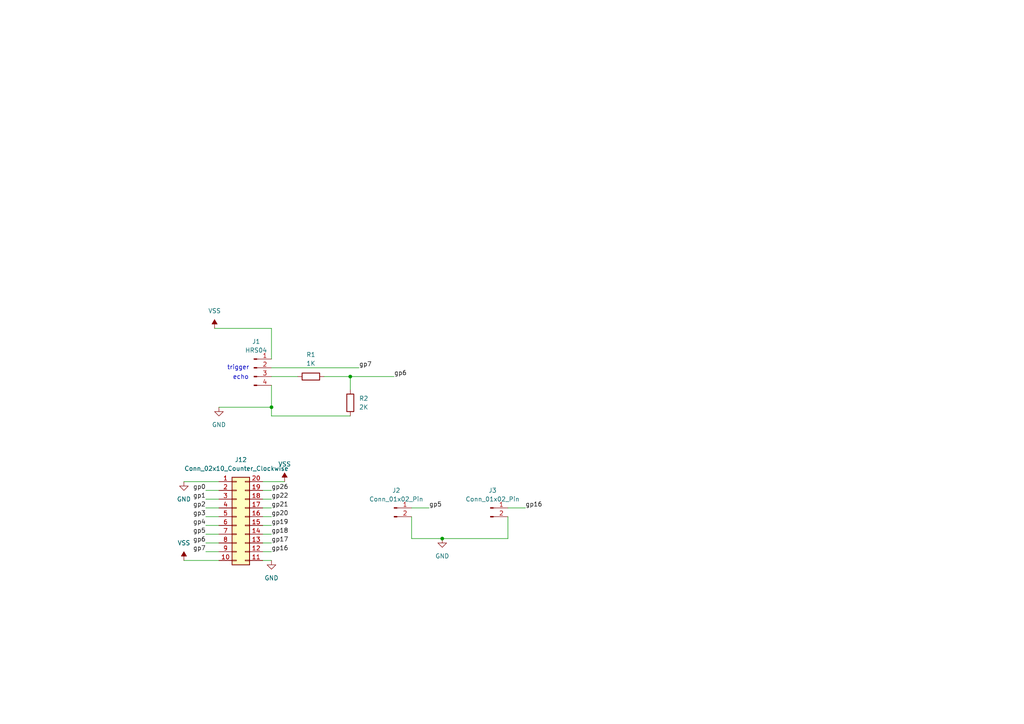
<source format=kicad_sch>
(kicad_sch (version 20231120) (generator "eeschema") (generator_version "8.0")
  (paper "A4")
  (lib_symbols
    (symbol "Connector:Conn_01x02_Pin" (pin_names (offset 1.016) hide)
      (property "Reference" "J" (at 0 2.54 0))
      (property "Value" "Conn_01x02_Pin" (at 0 -5.08 0))
      (symbol "Conn_01x02_Pin_1_1"
        (polyline (pts (xy 1.27 -2.54) (xy 0.8636 -2.54)) (stroke (width 0.1524)))
        (polyline (pts (xy 1.27 0) (xy 0.8636 0)) (stroke (width 0.1524)))
        (rectangle (start 0.8636 -2.413) (end 0 -2.667) (stroke (width 0.1524)) (fill (type outline)))
        (rectangle (start 0.8636 0.127) (end 0 -0.127) (stroke (width 0.1524)) (fill (type outline)))
        (pin passive line (at 5.08 0 180) (length 3.81) (name "Pin_1") (number "1"))
        (pin passive line (at 5.08 -2.54 180) (length 3.81) (name "Pin_2") (number "2"))
      )
    )
    (symbol "Connector:Conn_01x04_Pin" (pin_names (offset 1.016) hide)
      (property "Reference" "J" (at 0 5.08 0))
      (property "Value" "Conn_01x04_Pin" (at 0 -7.62 0))
      (symbol "Conn_01x04_Pin_1_1"
        (polyline (pts (xy 1.27 -5.08) (xy 0.8636 -5.08)) (stroke (width 0.1524)))
        (polyline (pts (xy 1.27 -2.54) (xy 0.8636 -2.54)) (stroke (width 0.1524)))
        (polyline (pts (xy 1.27 0) (xy 0.8636 0)) (stroke (width 0.1524)))
        (polyline (pts (xy 1.27 2.54) (xy 0.8636 2.54)) (stroke (width 0.1524)))
        (rectangle (start 0.8636 -4.953) (end 0 -5.207) (stroke (width 0.1524)) (fill (type outline)))
        (rectangle (start 0.8636 -2.413) (end 0 -2.667) (stroke (width 0.1524)) (fill (type outline)))
        (rectangle (start 0.8636 0.127) (end 0 -0.127) (stroke (width 0.1524)) (fill (type outline)))
        (rectangle (start 0.8636 2.667) (end 0 2.413) (stroke (width 0.1524)) (fill (type outline)))
        (pin passive line (at 5.08 2.54 180) (length 3.81) (name "Pin_1") (number "1"))
        (pin passive line (at 5.08 0 180) (length 3.81) (name "Pin_2") (number "2"))
        (pin passive line (at 5.08 -2.54 180) (length 3.81) (name "Pin_3") (number "3"))
        (pin passive line (at 5.08 -5.08 180) (length 3.81) (name "Pin_4") (number "4"))
      )
    )
    (symbol "Connector_Generic:Conn_02x10_Counter_Clockwise" (pin_names (offset 1.016) hide)
      (property "Reference" "J" (at 1.27 12.7 0))
      (property "Value" "Conn_02x10_Counter_Clockwise" (at 1.27 -15.24 0))
      (symbol "Conn_02x10_Counter_Clockwise_1_1"
        (rectangle (start -1.27 -12.573) (end 0 -12.827) (stroke (width 0.1524)))
        (rectangle (start -1.27 -10.033) (end 0 -10.287) (stroke (width 0.1524)))
        (rectangle (start -1.27 -7.493) (end 0 -7.747) (stroke (width 0.1524)))
        (rectangle (start -1.27 -4.953) (end 0 -5.207) (stroke (width 0.1524)))
        (rectangle (start -1.27 -2.413) (end 0 -2.667) (stroke (width 0.1524)))
        (rectangle (start -1.27 0.127) (end 0 -0.127) (stroke (width 0.1524)))
        (rectangle (start -1.27 2.667) (end 0 2.413) (stroke (width 0.1524)))
        (rectangle (start -1.27 5.207) (end 0 4.953) (stroke (width 0.1524)))
        (rectangle (start -1.27 7.747) (end 0 7.493) (stroke (width 0.1524)))
        (rectangle (start -1.27 10.287) (end 0 10.033) (stroke (width 0.1524)))
        (rectangle (start -1.27 11.43) (end 3.81 -13.97) (stroke (width 0.254)) (fill (type background)))
        (rectangle (start 3.81 -12.573) (end 2.54 -12.827) (stroke (width 0.1524)))
        (rectangle (start 3.81 -10.033) (end 2.54 -10.287) (stroke (width 0.1524)))
        (rectangle (start 3.81 -7.493) (end 2.54 -7.747) (stroke (width 0.1524)))
        (rectangle (start 3.81 -4.953) (end 2.54 -5.207) (stroke (width 0.1524)))
        (rectangle (start 3.81 -2.413) (end 2.54 -2.667) (stroke (width 0.1524)))
        (rectangle (start 3.81 0.127) (end 2.54 -0.127) (stroke (width 0.1524)))
        (rectangle (start 3.81 2.667) (end 2.54 2.413) (stroke (width 0.1524)))
        (rectangle (start 3.81 5.207) (end 2.54 4.953) (stroke (width 0.1524)))
        (rectangle (start 3.81 7.747) (end 2.54 7.493) (stroke (width 0.1524)))
        (rectangle (start 3.81 10.287) (end 2.54 10.033) (stroke (width 0.1524)))
        (pin passive line (at -5.08 10.16 0) (length 3.81) (name "Pin_1") (number "1"))
        (pin passive line (at -5.08 -12.7 0) (length 3.81) (name "Pin_10") (number "10"))
        (pin passive line (at 7.62 -12.7 180) (length 3.81) (name "Pin_11") (number "11"))
        (pin passive line (at 7.62 -10.16 180) (length 3.81) (name "Pin_12") (number "12"))
        (pin passive line (at 7.62 -7.62 180) (length 3.81) (name "Pin_13") (number "13"))
        (pin passive line (at 7.62 -5.08 180) (length 3.81) (name "Pin_14") (number "14"))
        (pin passive line (at 7.62 -2.54 180) (length 3.81) (name "Pin_15") (number "15"))
        (pin passive line (at 7.62 0 180) (length 3.81) (name "Pin_16") (number "16"))
        (pin passive line (at 7.62 2.54 180) (length 3.81) (name "Pin_17") (number "17"))
        (pin passive line (at 7.62 5.08 180) (length 3.81) (name "Pin_18") (number "18"))
        (pin passive line (at 7.62 7.62 180) (length 3.81) (name "Pin_19") (number "19"))
        (pin passive line (at -5.08 7.62 0) (length 3.81) (name "Pin_2") (number "2"))
        (pin passive line (at 7.62 10.16 180) (length 3.81) (name "Pin_20") (number "20"))
        (pin passive line (at -5.08 5.08 0) (length 3.81) (name "Pin_3") (number "3"))
        (pin passive line (at -5.08 2.54 0) (length 3.81) (name "Pin_4") (number "4"))
        (pin passive line (at -5.08 0 0) (length 3.81) (name "Pin_5") (number "5"))
        (pin passive line (at -5.08 -2.54 0) (length 3.81) (name "Pin_6") (number "6"))
        (pin passive line (at -5.08 -5.08 0) (length 3.81) (name "Pin_7") (number "7"))
        (pin passive line (at -5.08 -7.62 0) (length 3.81) (name "Pin_8") (number "8"))
        (pin passive line (at -5.08 -10.16 0) (length 3.81) (name "Pin_9") (number "9"))
      )
    )
    (symbol "Device:R" (pin_numbers hide) (pin_names (offset 0))
      (property "Reference" "R" (at 2.032 0 90))
      (property "Value" "R" (at 0 0 90))
      (symbol "R_0_1"
        (rectangle (start -1.016 -2.54) (end 1.016 2.54) (stroke (width 0.254)))
      )
      (symbol "R_1_1"
        (pin passive line (at 0 3.81 270) (length 1.27) (name "~") (number "1"))
        (pin passive line (at 0 -3.81 90) (length 1.27) (name "~") (number "2"))
      )
    )
    (symbol "GND_1" (power) (pin_numbers hide) (pin_names (offset 0) hide)
      (property "Value" "GND" (at 0 -3.81 0))
      (symbol "GND_1_0_1"
        (polyline (pts (xy 0 0) (xy 0 -1.27) (xy 1.27 -1.27) (xy 0 -2.54) (xy -1.27 -1.27) (xy 0 -1.27)))
      )
      (symbol "GND_1_1_1"
        (pin power_in line (at 0 0 270) (length 0) (name "~") (number "1"))
      )
    )
    (symbol "power:GND" (power) (pin_names (offset 0))
      (property "Value" "GND" (at 0 -3.81 0))
      (symbol "GND_0_1"
        (polyline (pts (xy 0 0) (xy 0 -1.27) (xy 1.27 -1.27) (xy 0 -2.54) (xy -1.27 -1.27) (xy 0 -1.27)))
      )
      (symbol "GND_1_1"
        (pin power_in line (at 0 0 270) (length 0) hide (name "GND") (number "1"))
      )
    )
    (symbol "power:VSS" (power) (pin_names (offset 0))
      (property "Value" "VSS" (at 0 3.81 0))
      (symbol "VSS_0_1"
        (polyline (pts (xy 0 0) (xy 0 2.54)))
        (polyline (pts (xy 0.762 1.27) (xy -0.762 1.27) (xy 0 2.54) (xy 0.762 1.27)) (fill (type outline)))
      )
      (symbol "VSS_1_1"
        (pin power_in line (at 0 0 90) (length 0) hide (name "VSS") (number "1"))
      )
    )
  )
  (junction (at 101.6 109.22))
  (junction (at 78.74 118.11))
  (junction (at 128.27 156.21))
  (wire (pts (xy 101.6 109.22) (xy 114.3 109.22)))
  (wire (pts (xy 59.69 154.94) (xy 63.5 154.94)))
  (wire (pts (xy 76.2 144.78) (xy 78.74 144.78)))
  (wire (pts (xy 76.2 142.24) (xy 78.74 142.24)))
  (wire (pts (xy 78.74 106.68) (xy 104.14 106.68)))
  (wire (pts (xy 78.74 109.22) (xy 86.36 109.22)))
  (wire (pts (xy 59.69 147.32) (xy 63.5 147.32)))
  (wire (pts (xy 76.2 149.86) (xy 78.74 149.86)))
  (wire (pts (xy 78.74 118.11) (xy 63.5 118.11)))
  (wire (pts (xy 128.27 156.21) (xy 119.38 156.21)))
  (wire (pts (xy 59.69 142.24) (xy 63.5 142.24)))
  (wire (pts (xy 76.2 157.48) (xy 78.74 157.48)))
  (wire (pts (xy 76.2 147.32) (xy 78.74 147.32)))
  (wire (pts (xy 78.74 120.65) (xy 78.74 118.11)))
  (wire (pts (xy 101.6 120.65) (xy 78.74 120.65)))
  (wire (pts (xy 76.2 162.56) (xy 78.74 162.56)))
  (wire (pts (xy 76.2 154.94) (xy 78.74 154.94)))
  (wire (pts (xy 76.2 152.4) (xy 78.74 152.4)))
  (wire (pts (xy 147.32 147.32) (xy 152.4 147.32)))
  (wire (pts (xy 78.74 111.76) (xy 78.74 118.11)))
  (wire (pts (xy 147.32 149.86) (xy 147.32 156.21)))
  (wire (pts (xy 59.69 152.4) (xy 63.5 152.4)))
  (wire (pts (xy 93.98 109.22) (xy 101.6 109.22)))
  (wire (pts (xy 119.38 156.21) (xy 119.38 149.86)))
  (wire (pts (xy 101.6 109.22) (xy 101.6 113.03)))
  (wire (pts (xy 76.2 160.02) (xy 78.74 160.02)))
  (wire (pts (xy 119.38 147.32) (xy 124.46 147.32)))
  (wire (pts (xy 147.32 156.21) (xy 128.27 156.21)))
  (wire (pts (xy 53.34 139.7) (xy 63.5 139.7)))
  (wire (pts (xy 59.69 157.48) (xy 63.5 157.48)))
  (wire (pts (xy 59.69 160.02) (xy 63.5 160.02)))
  (wire (pts (xy 59.69 149.86) (xy 63.5 149.86)))
  (wire (pts (xy 78.74 104.14) (xy 78.74 95.25)))
  (wire (pts (xy 62.23 95.25) (xy 78.74 95.25)))
  (wire (pts (xy 76.2 139.7) (xy 82.55 139.7)))
  (wire (pts (xy 53.34 162.56) (xy 63.5 162.56)))
  (wire (pts (xy 59.69 144.78) (xy 63.5 144.78)))
  (text "echo\n" (at 69.85 109.474 0) (effects (font (size 1.27 1.27))))
  (text "trigger\n" (at 69.088 106.68 0) (effects (font (size 1.27 1.27))))
  (label "gp4" (at 59.69 152.4 180))
  (label "gp2" (at 59.69 147.32 180))
  (label "gp5" (at 59.69 154.94 180))
  (label "gp3" (at 59.69 149.86 180))
  (label "gp17" (at 78.74 157.48 0))
  (label "gp0" (at 59.69 142.24 180))
  (label "gp7" (at 59.69 160.02 180))
  (label "gp6" (at 114.3 109.22 0))
  (label "gp7" (at 104.14 106.68 0))
  (label "gp26" (at 78.74 142.24 0))
  (label "gp19" (at 78.74 152.4 0))
  (label "gp18" (at 78.74 154.94 0))
  (label "gp16" (at 78.74 160.02 0))
  (label "gp5" (at 124.46 147.32 0))
  (label "gp22" (at 78.74 144.78 0))
  (label "gp1" (at 59.69 144.78 180))
  (label "gp6" (at 59.69 157.48 180))
  (label "gp21" (at 78.74 147.32 0))
  (label "gp20" (at 78.74 149.86 0))
  (label "gp16" (at 152.4 147.32 0))
  (symbol (lib_id "Connector_Generic:Conn_02x10_Counter_Clockwise") (at 68.58 149.86 0) (unit 1)
    (property "Reference" "J12" (at 69.85 133.35 0))
    (property "Value" "Conn_02x10_Counter_Clockwise" (at 68.58 135.89 0))
    (property "Footprint" "CDOG:stoRPer_breakout" (effects (hide yes)))
  )
  (symbol (lib_id "Connector:Conn_01x02_Pin") (at 142.24 147.32 0) (unit 1)
    (property "Reference" "J3" (at 142.875 142.24 0))
    (property "Value" "Conn_01x02_Pin" (at 142.875 144.78 0))
    (property "Footprint" "Connector_PinSocket_2.54mm:PinSocket_1x02_P2.54mm_Vertical" (effects (hide yes)))
    (property "Description" "Generic connector, single row, 01x02, script generated" (effects (hide yes)))
  )
  (symbol (lib_id "Device:R") (at 90.17 109.22 90) (unit 1)
    (property "Reference" "R1" (at 90.17 102.87 90))
    (property "Value" "1K" (at 90.17 105.41 90))
    (property "Footprint" "Resistor_THT:R_Axial_DIN0207_L6.3mm_D2.5mm_P2.54mm_Vertical" (effects (hide yes)))
    (property "Description" "Resistor" (effects (hide yes)))
  )
  (symbol (lib_id "power:VSS") (at 82.55 139.7 0) (unit 1)
    (property "Reference" "#PWR021" (effects (hide yes)))
    (property "Value" "VSS" (at 82.55 134.62 0))
  )
  (symbol (lib_id "power:GND") (at 78.74 162.56 0) (unit 1)
    (property "Reference" "#PWR023" (effects (hide yes)))
    (property "Value" "GND" (at 78.74 167.64 0))
  )
  (symbol (lib_id "power:GND") (at 53.34 139.7 0) (unit 1)
    (property "Reference" "#PWR022" (effects (hide yes)))
    (property "Value" "GND" (at 53.34 144.78 0))
  )
  (symbol (lib_name "GND_1") (lib_id "power:GND") (at 128.27 156.21 0) (unit 1)
    (property "Reference" "#PWR01" (effects (hide yes)))
    (property "Value" "GND" (at 128.27 161.29 0))
    (property "Description" "Power symbol creates a global label with name \"GND\" , ground" (effects (hide yes)))
  )
  (symbol (lib_id "Connector:Conn_01x04_Pin") (at 73.66 106.68 0) (unit 1)
    (property "Reference" "J1" (at 74.295 99.06 0))
    (property "Value" "HRS04" (at 74.295 101.6 0))
    (property "Footprint" "Connector_PinSocket_2.54mm:PinSocket_1x04_P2.54mm_Vertical" (effects (hide yes)))
    (property "Description" "Generic connector, single row, 01x04, script generated" (effects (hide yes)))
  )
  (symbol (lib_id "power:GND") (at 63.5 118.11 0) (unit 1)
    (property "Reference" "#PWR010" (effects (hide yes)))
    (property "Value" "GND" (at 63.5 123.19 0))
  )
  (symbol (lib_id "power:VSS") (at 62.23 95.25 0) (unit 1)
    (property "Reference" "#PWR018" (effects (hide yes)))
    (property "Value" "VSS" (at 62.23 90.17 0))
  )
  (symbol (lib_id "Device:R") (at 101.6 116.84 0) (unit 1)
    (property "Reference" "R2" (at 104.14 115.5699 0) (effects (justify left)))
    (property "Value" "2K" (at 104.14 118.1099 0) (effects (justify left)))
    (property "Footprint" "Resistor_THT:R_Axial_DIN0207_L6.3mm_D2.5mm_P2.54mm_Vertical" (effects (hide yes)))
    (property "Description" "Resistor" (effects (hide yes)))
  )
  (symbol (lib_id "Connector:Conn_01x02_Pin") (at 114.3 147.32 0) (unit 1)
    (property "Reference" "J2" (at 114.935 142.24 0))
    (property "Value" "Conn_01x02_Pin" (at 114.935 144.78 0))
    (property "Footprint" "Connector_PinSocket_2.54mm:PinSocket_1x02_P2.54mm_Vertical" (effects (hide yes)))
    (property "Description" "Generic connector, single row, 01x02, script generated" (effects (hide yes)))
  )
  (symbol (lib_id "power:VSS") (at 53.34 162.56 0) (unit 1)
    (property "Reference" "#PWR020" (effects (hide yes)))
    (property "Value" "VSS" (at 53.34 157.48 0))
  )
)
</source>
